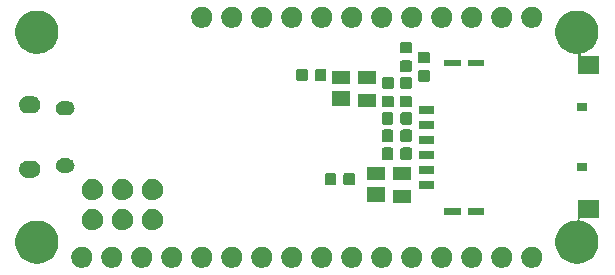
<source format=gbr>
G04 #@! TF.GenerationSoftware,KiCad,Pcbnew,(5.1.5)-3*
G04 #@! TF.CreationDate,2019-12-24T16:56:50-08:00*
G04 #@! TF.ProjectId,NBIoT Wing,4e42496f-5420-4576-996e-672e6b696361,rev?*
G04 #@! TF.SameCoordinates,Original*
G04 #@! TF.FileFunction,Soldermask,Bot*
G04 #@! TF.FilePolarity,Negative*
%FSLAX46Y46*%
G04 Gerber Fmt 4.6, Leading zero omitted, Abs format (unit mm)*
G04 Created by KiCad (PCBNEW (5.1.5)-3) date 2019-12-24 16:56:50*
%MOMM*%
%LPD*%
G04 APERTURE LIST*
%ADD10C,0.100000*%
G04 APERTURE END LIST*
D10*
G36*
X174103512Y-109593927D02*
G01*
X174252812Y-109623624D01*
X174416784Y-109691544D01*
X174564354Y-109790147D01*
X174689853Y-109915646D01*
X174788456Y-110063216D01*
X174856376Y-110227188D01*
X174891000Y-110401259D01*
X174891000Y-110578741D01*
X174856376Y-110752812D01*
X174788456Y-110916784D01*
X174689853Y-111064354D01*
X174564354Y-111189853D01*
X174416784Y-111288456D01*
X174252812Y-111356376D01*
X174103512Y-111386073D01*
X174078742Y-111391000D01*
X173901258Y-111391000D01*
X173876488Y-111386073D01*
X173727188Y-111356376D01*
X173563216Y-111288456D01*
X173415646Y-111189853D01*
X173290147Y-111064354D01*
X173191544Y-110916784D01*
X173123624Y-110752812D01*
X173089000Y-110578741D01*
X173089000Y-110401259D01*
X173123624Y-110227188D01*
X173191544Y-110063216D01*
X173290147Y-109915646D01*
X173415646Y-109790147D01*
X173563216Y-109691544D01*
X173727188Y-109623624D01*
X173876488Y-109593927D01*
X173901258Y-109589000D01*
X174078742Y-109589000D01*
X174103512Y-109593927D01*
G37*
G36*
X141083512Y-109593927D02*
G01*
X141232812Y-109623624D01*
X141396784Y-109691544D01*
X141544354Y-109790147D01*
X141669853Y-109915646D01*
X141768456Y-110063216D01*
X141836376Y-110227188D01*
X141871000Y-110401259D01*
X141871000Y-110578741D01*
X141836376Y-110752812D01*
X141768456Y-110916784D01*
X141669853Y-111064354D01*
X141544354Y-111189853D01*
X141396784Y-111288456D01*
X141232812Y-111356376D01*
X141083512Y-111386073D01*
X141058742Y-111391000D01*
X140881258Y-111391000D01*
X140856488Y-111386073D01*
X140707188Y-111356376D01*
X140543216Y-111288456D01*
X140395646Y-111189853D01*
X140270147Y-111064354D01*
X140171544Y-110916784D01*
X140103624Y-110752812D01*
X140069000Y-110578741D01*
X140069000Y-110401259D01*
X140103624Y-110227188D01*
X140171544Y-110063216D01*
X140270147Y-109915646D01*
X140395646Y-109790147D01*
X140543216Y-109691544D01*
X140707188Y-109623624D01*
X140856488Y-109593927D01*
X140881258Y-109589000D01*
X141058742Y-109589000D01*
X141083512Y-109593927D01*
G37*
G36*
X161403512Y-109593927D02*
G01*
X161552812Y-109623624D01*
X161716784Y-109691544D01*
X161864354Y-109790147D01*
X161989853Y-109915646D01*
X162088456Y-110063216D01*
X162156376Y-110227188D01*
X162191000Y-110401259D01*
X162191000Y-110578741D01*
X162156376Y-110752812D01*
X162088456Y-110916784D01*
X161989853Y-111064354D01*
X161864354Y-111189853D01*
X161716784Y-111288456D01*
X161552812Y-111356376D01*
X161403512Y-111386073D01*
X161378742Y-111391000D01*
X161201258Y-111391000D01*
X161176488Y-111386073D01*
X161027188Y-111356376D01*
X160863216Y-111288456D01*
X160715646Y-111189853D01*
X160590147Y-111064354D01*
X160491544Y-110916784D01*
X160423624Y-110752812D01*
X160389000Y-110578741D01*
X160389000Y-110401259D01*
X160423624Y-110227188D01*
X160491544Y-110063216D01*
X160590147Y-109915646D01*
X160715646Y-109790147D01*
X160863216Y-109691544D01*
X161027188Y-109623624D01*
X161176488Y-109593927D01*
X161201258Y-109589000D01*
X161378742Y-109589000D01*
X161403512Y-109593927D01*
G37*
G36*
X158863512Y-109593927D02*
G01*
X159012812Y-109623624D01*
X159176784Y-109691544D01*
X159324354Y-109790147D01*
X159449853Y-109915646D01*
X159548456Y-110063216D01*
X159616376Y-110227188D01*
X159651000Y-110401259D01*
X159651000Y-110578741D01*
X159616376Y-110752812D01*
X159548456Y-110916784D01*
X159449853Y-111064354D01*
X159324354Y-111189853D01*
X159176784Y-111288456D01*
X159012812Y-111356376D01*
X158863512Y-111386073D01*
X158838742Y-111391000D01*
X158661258Y-111391000D01*
X158636488Y-111386073D01*
X158487188Y-111356376D01*
X158323216Y-111288456D01*
X158175646Y-111189853D01*
X158050147Y-111064354D01*
X157951544Y-110916784D01*
X157883624Y-110752812D01*
X157849000Y-110578741D01*
X157849000Y-110401259D01*
X157883624Y-110227188D01*
X157951544Y-110063216D01*
X158050147Y-109915646D01*
X158175646Y-109790147D01*
X158323216Y-109691544D01*
X158487188Y-109623624D01*
X158636488Y-109593927D01*
X158661258Y-109589000D01*
X158838742Y-109589000D01*
X158863512Y-109593927D01*
G37*
G36*
X156323512Y-109593927D02*
G01*
X156472812Y-109623624D01*
X156636784Y-109691544D01*
X156784354Y-109790147D01*
X156909853Y-109915646D01*
X157008456Y-110063216D01*
X157076376Y-110227188D01*
X157111000Y-110401259D01*
X157111000Y-110578741D01*
X157076376Y-110752812D01*
X157008456Y-110916784D01*
X156909853Y-111064354D01*
X156784354Y-111189853D01*
X156636784Y-111288456D01*
X156472812Y-111356376D01*
X156323512Y-111386073D01*
X156298742Y-111391000D01*
X156121258Y-111391000D01*
X156096488Y-111386073D01*
X155947188Y-111356376D01*
X155783216Y-111288456D01*
X155635646Y-111189853D01*
X155510147Y-111064354D01*
X155411544Y-110916784D01*
X155343624Y-110752812D01*
X155309000Y-110578741D01*
X155309000Y-110401259D01*
X155343624Y-110227188D01*
X155411544Y-110063216D01*
X155510147Y-109915646D01*
X155635646Y-109790147D01*
X155783216Y-109691544D01*
X155947188Y-109623624D01*
X156096488Y-109593927D01*
X156121258Y-109589000D01*
X156298742Y-109589000D01*
X156323512Y-109593927D01*
G37*
G36*
X153783512Y-109593927D02*
G01*
X153932812Y-109623624D01*
X154096784Y-109691544D01*
X154244354Y-109790147D01*
X154369853Y-109915646D01*
X154468456Y-110063216D01*
X154536376Y-110227188D01*
X154571000Y-110401259D01*
X154571000Y-110578741D01*
X154536376Y-110752812D01*
X154468456Y-110916784D01*
X154369853Y-111064354D01*
X154244354Y-111189853D01*
X154096784Y-111288456D01*
X153932812Y-111356376D01*
X153783512Y-111386073D01*
X153758742Y-111391000D01*
X153581258Y-111391000D01*
X153556488Y-111386073D01*
X153407188Y-111356376D01*
X153243216Y-111288456D01*
X153095646Y-111189853D01*
X152970147Y-111064354D01*
X152871544Y-110916784D01*
X152803624Y-110752812D01*
X152769000Y-110578741D01*
X152769000Y-110401259D01*
X152803624Y-110227188D01*
X152871544Y-110063216D01*
X152970147Y-109915646D01*
X153095646Y-109790147D01*
X153243216Y-109691544D01*
X153407188Y-109623624D01*
X153556488Y-109593927D01*
X153581258Y-109589000D01*
X153758742Y-109589000D01*
X153783512Y-109593927D01*
G37*
G36*
X151243512Y-109593927D02*
G01*
X151392812Y-109623624D01*
X151556784Y-109691544D01*
X151704354Y-109790147D01*
X151829853Y-109915646D01*
X151928456Y-110063216D01*
X151996376Y-110227188D01*
X152031000Y-110401259D01*
X152031000Y-110578741D01*
X151996376Y-110752812D01*
X151928456Y-110916784D01*
X151829853Y-111064354D01*
X151704354Y-111189853D01*
X151556784Y-111288456D01*
X151392812Y-111356376D01*
X151243512Y-111386073D01*
X151218742Y-111391000D01*
X151041258Y-111391000D01*
X151016488Y-111386073D01*
X150867188Y-111356376D01*
X150703216Y-111288456D01*
X150555646Y-111189853D01*
X150430147Y-111064354D01*
X150331544Y-110916784D01*
X150263624Y-110752812D01*
X150229000Y-110578741D01*
X150229000Y-110401259D01*
X150263624Y-110227188D01*
X150331544Y-110063216D01*
X150430147Y-109915646D01*
X150555646Y-109790147D01*
X150703216Y-109691544D01*
X150867188Y-109623624D01*
X151016488Y-109593927D01*
X151041258Y-109589000D01*
X151218742Y-109589000D01*
X151243512Y-109593927D01*
G37*
G36*
X148703512Y-109593927D02*
G01*
X148852812Y-109623624D01*
X149016784Y-109691544D01*
X149164354Y-109790147D01*
X149289853Y-109915646D01*
X149388456Y-110063216D01*
X149456376Y-110227188D01*
X149491000Y-110401259D01*
X149491000Y-110578741D01*
X149456376Y-110752812D01*
X149388456Y-110916784D01*
X149289853Y-111064354D01*
X149164354Y-111189853D01*
X149016784Y-111288456D01*
X148852812Y-111356376D01*
X148703512Y-111386073D01*
X148678742Y-111391000D01*
X148501258Y-111391000D01*
X148476488Y-111386073D01*
X148327188Y-111356376D01*
X148163216Y-111288456D01*
X148015646Y-111189853D01*
X147890147Y-111064354D01*
X147791544Y-110916784D01*
X147723624Y-110752812D01*
X147689000Y-110578741D01*
X147689000Y-110401259D01*
X147723624Y-110227188D01*
X147791544Y-110063216D01*
X147890147Y-109915646D01*
X148015646Y-109790147D01*
X148163216Y-109691544D01*
X148327188Y-109623624D01*
X148476488Y-109593927D01*
X148501258Y-109589000D01*
X148678742Y-109589000D01*
X148703512Y-109593927D01*
G37*
G36*
X146163512Y-109593927D02*
G01*
X146312812Y-109623624D01*
X146476784Y-109691544D01*
X146624354Y-109790147D01*
X146749853Y-109915646D01*
X146848456Y-110063216D01*
X146916376Y-110227188D01*
X146951000Y-110401259D01*
X146951000Y-110578741D01*
X146916376Y-110752812D01*
X146848456Y-110916784D01*
X146749853Y-111064354D01*
X146624354Y-111189853D01*
X146476784Y-111288456D01*
X146312812Y-111356376D01*
X146163512Y-111386073D01*
X146138742Y-111391000D01*
X145961258Y-111391000D01*
X145936488Y-111386073D01*
X145787188Y-111356376D01*
X145623216Y-111288456D01*
X145475646Y-111189853D01*
X145350147Y-111064354D01*
X145251544Y-110916784D01*
X145183624Y-110752812D01*
X145149000Y-110578741D01*
X145149000Y-110401259D01*
X145183624Y-110227188D01*
X145251544Y-110063216D01*
X145350147Y-109915646D01*
X145475646Y-109790147D01*
X145623216Y-109691544D01*
X145787188Y-109623624D01*
X145936488Y-109593927D01*
X145961258Y-109589000D01*
X146138742Y-109589000D01*
X146163512Y-109593927D01*
G37*
G36*
X138543512Y-109593927D02*
G01*
X138692812Y-109623624D01*
X138856784Y-109691544D01*
X139004354Y-109790147D01*
X139129853Y-109915646D01*
X139228456Y-110063216D01*
X139296376Y-110227188D01*
X139331000Y-110401259D01*
X139331000Y-110578741D01*
X139296376Y-110752812D01*
X139228456Y-110916784D01*
X139129853Y-111064354D01*
X139004354Y-111189853D01*
X138856784Y-111288456D01*
X138692812Y-111356376D01*
X138543512Y-111386073D01*
X138518742Y-111391000D01*
X138341258Y-111391000D01*
X138316488Y-111386073D01*
X138167188Y-111356376D01*
X138003216Y-111288456D01*
X137855646Y-111189853D01*
X137730147Y-111064354D01*
X137631544Y-110916784D01*
X137563624Y-110752812D01*
X137529000Y-110578741D01*
X137529000Y-110401259D01*
X137563624Y-110227188D01*
X137631544Y-110063216D01*
X137730147Y-109915646D01*
X137855646Y-109790147D01*
X138003216Y-109691544D01*
X138167188Y-109623624D01*
X138316488Y-109593927D01*
X138341258Y-109589000D01*
X138518742Y-109589000D01*
X138543512Y-109593927D01*
G37*
G36*
X136003512Y-109593927D02*
G01*
X136152812Y-109623624D01*
X136316784Y-109691544D01*
X136464354Y-109790147D01*
X136589853Y-109915646D01*
X136688456Y-110063216D01*
X136756376Y-110227188D01*
X136791000Y-110401259D01*
X136791000Y-110578741D01*
X136756376Y-110752812D01*
X136688456Y-110916784D01*
X136589853Y-111064354D01*
X136464354Y-111189853D01*
X136316784Y-111288456D01*
X136152812Y-111356376D01*
X136003512Y-111386073D01*
X135978742Y-111391000D01*
X135801258Y-111391000D01*
X135776488Y-111386073D01*
X135627188Y-111356376D01*
X135463216Y-111288456D01*
X135315646Y-111189853D01*
X135190147Y-111064354D01*
X135091544Y-110916784D01*
X135023624Y-110752812D01*
X134989000Y-110578741D01*
X134989000Y-110401259D01*
X135023624Y-110227188D01*
X135091544Y-110063216D01*
X135190147Y-109915646D01*
X135315646Y-109790147D01*
X135463216Y-109691544D01*
X135627188Y-109623624D01*
X135776488Y-109593927D01*
X135801258Y-109589000D01*
X135978742Y-109589000D01*
X136003512Y-109593927D01*
G37*
G36*
X163943512Y-109593927D02*
G01*
X164092812Y-109623624D01*
X164256784Y-109691544D01*
X164404354Y-109790147D01*
X164529853Y-109915646D01*
X164628456Y-110063216D01*
X164696376Y-110227188D01*
X164731000Y-110401259D01*
X164731000Y-110578741D01*
X164696376Y-110752812D01*
X164628456Y-110916784D01*
X164529853Y-111064354D01*
X164404354Y-111189853D01*
X164256784Y-111288456D01*
X164092812Y-111356376D01*
X163943512Y-111386073D01*
X163918742Y-111391000D01*
X163741258Y-111391000D01*
X163716488Y-111386073D01*
X163567188Y-111356376D01*
X163403216Y-111288456D01*
X163255646Y-111189853D01*
X163130147Y-111064354D01*
X163031544Y-110916784D01*
X162963624Y-110752812D01*
X162929000Y-110578741D01*
X162929000Y-110401259D01*
X162963624Y-110227188D01*
X163031544Y-110063216D01*
X163130147Y-109915646D01*
X163255646Y-109790147D01*
X163403216Y-109691544D01*
X163567188Y-109623624D01*
X163716488Y-109593927D01*
X163741258Y-109589000D01*
X163918742Y-109589000D01*
X163943512Y-109593927D01*
G37*
G36*
X166483512Y-109593927D02*
G01*
X166632812Y-109623624D01*
X166796784Y-109691544D01*
X166944354Y-109790147D01*
X167069853Y-109915646D01*
X167168456Y-110063216D01*
X167236376Y-110227188D01*
X167271000Y-110401259D01*
X167271000Y-110578741D01*
X167236376Y-110752812D01*
X167168456Y-110916784D01*
X167069853Y-111064354D01*
X166944354Y-111189853D01*
X166796784Y-111288456D01*
X166632812Y-111356376D01*
X166483512Y-111386073D01*
X166458742Y-111391000D01*
X166281258Y-111391000D01*
X166256488Y-111386073D01*
X166107188Y-111356376D01*
X165943216Y-111288456D01*
X165795646Y-111189853D01*
X165670147Y-111064354D01*
X165571544Y-110916784D01*
X165503624Y-110752812D01*
X165469000Y-110578741D01*
X165469000Y-110401259D01*
X165503624Y-110227188D01*
X165571544Y-110063216D01*
X165670147Y-109915646D01*
X165795646Y-109790147D01*
X165943216Y-109691544D01*
X166107188Y-109623624D01*
X166256488Y-109593927D01*
X166281258Y-109589000D01*
X166458742Y-109589000D01*
X166483512Y-109593927D01*
G37*
G36*
X169023512Y-109593927D02*
G01*
X169172812Y-109623624D01*
X169336784Y-109691544D01*
X169484354Y-109790147D01*
X169609853Y-109915646D01*
X169708456Y-110063216D01*
X169776376Y-110227188D01*
X169811000Y-110401259D01*
X169811000Y-110578741D01*
X169776376Y-110752812D01*
X169708456Y-110916784D01*
X169609853Y-111064354D01*
X169484354Y-111189853D01*
X169336784Y-111288456D01*
X169172812Y-111356376D01*
X169023512Y-111386073D01*
X168998742Y-111391000D01*
X168821258Y-111391000D01*
X168796488Y-111386073D01*
X168647188Y-111356376D01*
X168483216Y-111288456D01*
X168335646Y-111189853D01*
X168210147Y-111064354D01*
X168111544Y-110916784D01*
X168043624Y-110752812D01*
X168009000Y-110578741D01*
X168009000Y-110401259D01*
X168043624Y-110227188D01*
X168111544Y-110063216D01*
X168210147Y-109915646D01*
X168335646Y-109790147D01*
X168483216Y-109691544D01*
X168647188Y-109623624D01*
X168796488Y-109593927D01*
X168821258Y-109589000D01*
X168998742Y-109589000D01*
X169023512Y-109593927D01*
G37*
G36*
X171563512Y-109593927D02*
G01*
X171712812Y-109623624D01*
X171876784Y-109691544D01*
X172024354Y-109790147D01*
X172149853Y-109915646D01*
X172248456Y-110063216D01*
X172316376Y-110227188D01*
X172351000Y-110401259D01*
X172351000Y-110578741D01*
X172316376Y-110752812D01*
X172248456Y-110916784D01*
X172149853Y-111064354D01*
X172024354Y-111189853D01*
X171876784Y-111288456D01*
X171712812Y-111356376D01*
X171563512Y-111386073D01*
X171538742Y-111391000D01*
X171361258Y-111391000D01*
X171336488Y-111386073D01*
X171187188Y-111356376D01*
X171023216Y-111288456D01*
X170875646Y-111189853D01*
X170750147Y-111064354D01*
X170651544Y-110916784D01*
X170583624Y-110752812D01*
X170549000Y-110578741D01*
X170549000Y-110401259D01*
X170583624Y-110227188D01*
X170651544Y-110063216D01*
X170750147Y-109915646D01*
X170875646Y-109790147D01*
X171023216Y-109691544D01*
X171187188Y-109623624D01*
X171336488Y-109593927D01*
X171361258Y-109589000D01*
X171538742Y-109589000D01*
X171563512Y-109593927D01*
G37*
G36*
X143623512Y-109593927D02*
G01*
X143772812Y-109623624D01*
X143936784Y-109691544D01*
X144084354Y-109790147D01*
X144209853Y-109915646D01*
X144308456Y-110063216D01*
X144376376Y-110227188D01*
X144411000Y-110401259D01*
X144411000Y-110578741D01*
X144376376Y-110752812D01*
X144308456Y-110916784D01*
X144209853Y-111064354D01*
X144084354Y-111189853D01*
X143936784Y-111288456D01*
X143772812Y-111356376D01*
X143623512Y-111386073D01*
X143598742Y-111391000D01*
X143421258Y-111391000D01*
X143396488Y-111386073D01*
X143247188Y-111356376D01*
X143083216Y-111288456D01*
X142935646Y-111189853D01*
X142810147Y-111064354D01*
X142711544Y-110916784D01*
X142643624Y-110752812D01*
X142609000Y-110578741D01*
X142609000Y-110401259D01*
X142643624Y-110227188D01*
X142711544Y-110063216D01*
X142810147Y-109915646D01*
X142935646Y-109790147D01*
X143083216Y-109691544D01*
X143247188Y-109623624D01*
X143396488Y-109593927D01*
X143421258Y-109589000D01*
X143598742Y-109589000D01*
X143623512Y-109593927D01*
G37*
G36*
X132436821Y-107426144D02*
G01*
X132613500Y-107461287D01*
X132751373Y-107518396D01*
X132946355Y-107599160D01*
X132946356Y-107599161D01*
X133245920Y-107799323D01*
X133500677Y-108054080D01*
X133500678Y-108054082D01*
X133700840Y-108353645D01*
X133838713Y-108686501D01*
X133909000Y-109039858D01*
X133909000Y-109400142D01*
X133838713Y-109753499D01*
X133700840Y-110086355D01*
X133700839Y-110086356D01*
X133500677Y-110385920D01*
X133245920Y-110640677D01*
X133095120Y-110741438D01*
X132946355Y-110840840D01*
X132763014Y-110916782D01*
X132613500Y-110978713D01*
X132436820Y-111013857D01*
X132260142Y-111049000D01*
X131899858Y-111049000D01*
X131723180Y-111013857D01*
X131546500Y-110978713D01*
X131396986Y-110916782D01*
X131213645Y-110840840D01*
X131064880Y-110741438D01*
X130914080Y-110640677D01*
X130659323Y-110385920D01*
X130459161Y-110086356D01*
X130459160Y-110086355D01*
X130321287Y-109753499D01*
X130251000Y-109400142D01*
X130251000Y-109039858D01*
X130321287Y-108686501D01*
X130459160Y-108353645D01*
X130659322Y-108054082D01*
X130659323Y-108054080D01*
X130914080Y-107799323D01*
X131213644Y-107599161D01*
X131213645Y-107599160D01*
X131408627Y-107518396D01*
X131546500Y-107461287D01*
X131723179Y-107426144D01*
X131899858Y-107391000D01*
X132260142Y-107391000D01*
X132436821Y-107426144D01*
G37*
G36*
X179717000Y-107171000D02*
G01*
X178143263Y-107171000D01*
X178118877Y-107173402D01*
X178095428Y-107180515D01*
X178073817Y-107192066D01*
X178054875Y-107207611D01*
X178039330Y-107226553D01*
X178027779Y-107248164D01*
X178020666Y-107271613D01*
X178018264Y-107295999D01*
X178020666Y-107320385D01*
X178027779Y-107343834D01*
X178039330Y-107365445D01*
X178054875Y-107384387D01*
X178073817Y-107399932D01*
X178095428Y-107411483D01*
X178118877Y-107418596D01*
X178199474Y-107434628D01*
X178333500Y-107461287D01*
X178471373Y-107518396D01*
X178666355Y-107599160D01*
X178666356Y-107599161D01*
X178965920Y-107799323D01*
X179220677Y-108054080D01*
X179220678Y-108054082D01*
X179420840Y-108353645D01*
X179558713Y-108686501D01*
X179629000Y-109039858D01*
X179629000Y-109400142D01*
X179558713Y-109753499D01*
X179420840Y-110086355D01*
X179420839Y-110086356D01*
X179220677Y-110385920D01*
X178965920Y-110640677D01*
X178815120Y-110741438D01*
X178666355Y-110840840D01*
X178483014Y-110916782D01*
X178333500Y-110978713D01*
X178156820Y-111013857D01*
X177980142Y-111049000D01*
X177619858Y-111049000D01*
X177443180Y-111013857D01*
X177266500Y-110978713D01*
X177116986Y-110916782D01*
X176933645Y-110840840D01*
X176784880Y-110741438D01*
X176634080Y-110640677D01*
X176379323Y-110385920D01*
X176179161Y-110086356D01*
X176179160Y-110086355D01*
X176041287Y-109753499D01*
X175971000Y-109400142D01*
X175971000Y-109039858D01*
X176041287Y-108686501D01*
X176179160Y-108353645D01*
X176379322Y-108054082D01*
X176379323Y-108054080D01*
X176634080Y-107799323D01*
X176933644Y-107599161D01*
X176933645Y-107599160D01*
X177128627Y-107518396D01*
X177266500Y-107461287D01*
X177443179Y-107426144D01*
X177619858Y-107391000D01*
X177790001Y-107391000D01*
X177814387Y-107388598D01*
X177837836Y-107381485D01*
X177859447Y-107369934D01*
X177878389Y-107354389D01*
X177893934Y-107335447D01*
X177905485Y-107313836D01*
X177912598Y-107290387D01*
X177915000Y-107266001D01*
X177915000Y-105669000D01*
X179717000Y-105669000D01*
X179717000Y-107171000D01*
G37*
G36*
X139432512Y-106418927D02*
G01*
X139581812Y-106448624D01*
X139745784Y-106516544D01*
X139893354Y-106615147D01*
X140018853Y-106740646D01*
X140117456Y-106888216D01*
X140185376Y-107052188D01*
X140220000Y-107226259D01*
X140220000Y-107403741D01*
X140185376Y-107577812D01*
X140117456Y-107741784D01*
X140018853Y-107889354D01*
X139893354Y-108014853D01*
X139745784Y-108113456D01*
X139581812Y-108181376D01*
X139432512Y-108211073D01*
X139407742Y-108216000D01*
X139230258Y-108216000D01*
X139205488Y-108211073D01*
X139056188Y-108181376D01*
X138892216Y-108113456D01*
X138744646Y-108014853D01*
X138619147Y-107889354D01*
X138520544Y-107741784D01*
X138452624Y-107577812D01*
X138418000Y-107403741D01*
X138418000Y-107226259D01*
X138452624Y-107052188D01*
X138520544Y-106888216D01*
X138619147Y-106740646D01*
X138744646Y-106615147D01*
X138892216Y-106516544D01*
X139056188Y-106448624D01*
X139205488Y-106418927D01*
X139230258Y-106414000D01*
X139407742Y-106414000D01*
X139432512Y-106418927D01*
G37*
G36*
X136892512Y-106418927D02*
G01*
X137041812Y-106448624D01*
X137205784Y-106516544D01*
X137353354Y-106615147D01*
X137478853Y-106740646D01*
X137577456Y-106888216D01*
X137645376Y-107052188D01*
X137680000Y-107226259D01*
X137680000Y-107403741D01*
X137645376Y-107577812D01*
X137577456Y-107741784D01*
X137478853Y-107889354D01*
X137353354Y-108014853D01*
X137205784Y-108113456D01*
X137041812Y-108181376D01*
X136892512Y-108211073D01*
X136867742Y-108216000D01*
X136690258Y-108216000D01*
X136665488Y-108211073D01*
X136516188Y-108181376D01*
X136352216Y-108113456D01*
X136204646Y-108014853D01*
X136079147Y-107889354D01*
X135980544Y-107741784D01*
X135912624Y-107577812D01*
X135878000Y-107403741D01*
X135878000Y-107226259D01*
X135912624Y-107052188D01*
X135980544Y-106888216D01*
X136079147Y-106740646D01*
X136204646Y-106615147D01*
X136352216Y-106516544D01*
X136516188Y-106448624D01*
X136665488Y-106418927D01*
X136690258Y-106414000D01*
X136867742Y-106414000D01*
X136892512Y-106418927D01*
G37*
G36*
X141972512Y-106418927D02*
G01*
X142121812Y-106448624D01*
X142285784Y-106516544D01*
X142433354Y-106615147D01*
X142558853Y-106740646D01*
X142657456Y-106888216D01*
X142725376Y-107052188D01*
X142760000Y-107226259D01*
X142760000Y-107403741D01*
X142725376Y-107577812D01*
X142657456Y-107741784D01*
X142558853Y-107889354D01*
X142433354Y-108014853D01*
X142285784Y-108113456D01*
X142121812Y-108181376D01*
X141972512Y-108211073D01*
X141947742Y-108216000D01*
X141770258Y-108216000D01*
X141745488Y-108211073D01*
X141596188Y-108181376D01*
X141432216Y-108113456D01*
X141284646Y-108014853D01*
X141159147Y-107889354D01*
X141060544Y-107741784D01*
X140992624Y-107577812D01*
X140958000Y-107403741D01*
X140958000Y-107226259D01*
X140992624Y-107052188D01*
X141060544Y-106888216D01*
X141159147Y-106740646D01*
X141284646Y-106615147D01*
X141432216Y-106516544D01*
X141596188Y-106448624D01*
X141745488Y-106418927D01*
X141770258Y-106414000D01*
X141947742Y-106414000D01*
X141972512Y-106418927D01*
G37*
G36*
X167957000Y-106876000D02*
G01*
X166555000Y-106876000D01*
X166555000Y-106324000D01*
X167957000Y-106324000D01*
X167957000Y-106876000D01*
G37*
G36*
X169957000Y-106876000D02*
G01*
X168555000Y-106876000D01*
X168555000Y-106324000D01*
X169957000Y-106324000D01*
X169957000Y-106876000D01*
G37*
G36*
X163776000Y-105895000D02*
G01*
X162274000Y-105895000D01*
X162274000Y-104793000D01*
X163776000Y-104793000D01*
X163776000Y-105895000D01*
G37*
G36*
X161576000Y-105815000D02*
G01*
X160074000Y-105815000D01*
X160074000Y-104513000D01*
X161576000Y-104513000D01*
X161576000Y-105815000D01*
G37*
G36*
X139432512Y-103878927D02*
G01*
X139581812Y-103908624D01*
X139745784Y-103976544D01*
X139893354Y-104075147D01*
X140018853Y-104200646D01*
X140117456Y-104348216D01*
X140185376Y-104512188D01*
X140220000Y-104686259D01*
X140220000Y-104863741D01*
X140185376Y-105037812D01*
X140117456Y-105201784D01*
X140018853Y-105349354D01*
X139893354Y-105474853D01*
X139745784Y-105573456D01*
X139581812Y-105641376D01*
X139442933Y-105669000D01*
X139407742Y-105676000D01*
X139230258Y-105676000D01*
X139195067Y-105669000D01*
X139056188Y-105641376D01*
X138892216Y-105573456D01*
X138744646Y-105474853D01*
X138619147Y-105349354D01*
X138520544Y-105201784D01*
X138452624Y-105037812D01*
X138418000Y-104863741D01*
X138418000Y-104686259D01*
X138452624Y-104512188D01*
X138520544Y-104348216D01*
X138619147Y-104200646D01*
X138744646Y-104075147D01*
X138892216Y-103976544D01*
X139056188Y-103908624D01*
X139205488Y-103878927D01*
X139230258Y-103874000D01*
X139407742Y-103874000D01*
X139432512Y-103878927D01*
G37*
G36*
X141972512Y-103878927D02*
G01*
X142121812Y-103908624D01*
X142285784Y-103976544D01*
X142433354Y-104075147D01*
X142558853Y-104200646D01*
X142657456Y-104348216D01*
X142725376Y-104512188D01*
X142760000Y-104686259D01*
X142760000Y-104863741D01*
X142725376Y-105037812D01*
X142657456Y-105201784D01*
X142558853Y-105349354D01*
X142433354Y-105474853D01*
X142285784Y-105573456D01*
X142121812Y-105641376D01*
X141982933Y-105669000D01*
X141947742Y-105676000D01*
X141770258Y-105676000D01*
X141735067Y-105669000D01*
X141596188Y-105641376D01*
X141432216Y-105573456D01*
X141284646Y-105474853D01*
X141159147Y-105349354D01*
X141060544Y-105201784D01*
X140992624Y-105037812D01*
X140958000Y-104863741D01*
X140958000Y-104686259D01*
X140992624Y-104512188D01*
X141060544Y-104348216D01*
X141159147Y-104200646D01*
X141284646Y-104075147D01*
X141432216Y-103976544D01*
X141596188Y-103908624D01*
X141745488Y-103878927D01*
X141770258Y-103874000D01*
X141947742Y-103874000D01*
X141972512Y-103878927D01*
G37*
G36*
X136892512Y-103878927D02*
G01*
X137041812Y-103908624D01*
X137205784Y-103976544D01*
X137353354Y-104075147D01*
X137478853Y-104200646D01*
X137577456Y-104348216D01*
X137645376Y-104512188D01*
X137680000Y-104686259D01*
X137680000Y-104863741D01*
X137645376Y-105037812D01*
X137577456Y-105201784D01*
X137478853Y-105349354D01*
X137353354Y-105474853D01*
X137205784Y-105573456D01*
X137041812Y-105641376D01*
X136902933Y-105669000D01*
X136867742Y-105676000D01*
X136690258Y-105676000D01*
X136655067Y-105669000D01*
X136516188Y-105641376D01*
X136352216Y-105573456D01*
X136204646Y-105474853D01*
X136079147Y-105349354D01*
X135980544Y-105201784D01*
X135912624Y-105037812D01*
X135878000Y-104863741D01*
X135878000Y-104686259D01*
X135912624Y-104512188D01*
X135980544Y-104348216D01*
X136079147Y-104200646D01*
X136204646Y-104075147D01*
X136352216Y-103976544D01*
X136516188Y-103908624D01*
X136665488Y-103878927D01*
X136690258Y-103874000D01*
X136867742Y-103874000D01*
X136892512Y-103878927D01*
G37*
G36*
X165712000Y-104706000D02*
G01*
X164460000Y-104706000D01*
X164460000Y-104004000D01*
X165712000Y-104004000D01*
X165712000Y-104706000D01*
G37*
G36*
X158863591Y-103364085D02*
G01*
X158897569Y-103374393D01*
X158928890Y-103391134D01*
X158956339Y-103413661D01*
X158978866Y-103441110D01*
X158995607Y-103472431D01*
X159005915Y-103506409D01*
X159010000Y-103547890D01*
X159010000Y-104224110D01*
X159005915Y-104265591D01*
X158995607Y-104299569D01*
X158978866Y-104330890D01*
X158956339Y-104358339D01*
X158928890Y-104380866D01*
X158897569Y-104397607D01*
X158863591Y-104407915D01*
X158822110Y-104412000D01*
X158220890Y-104412000D01*
X158179409Y-104407915D01*
X158145431Y-104397607D01*
X158114110Y-104380866D01*
X158086661Y-104358339D01*
X158064134Y-104330890D01*
X158047393Y-104299569D01*
X158037085Y-104265591D01*
X158033000Y-104224110D01*
X158033000Y-103547890D01*
X158037085Y-103506409D01*
X158047393Y-103472431D01*
X158064134Y-103441110D01*
X158086661Y-103413661D01*
X158114110Y-103391134D01*
X158145431Y-103374393D01*
X158179409Y-103364085D01*
X158220890Y-103360000D01*
X158822110Y-103360000D01*
X158863591Y-103364085D01*
G37*
G36*
X157288591Y-103364085D02*
G01*
X157322569Y-103374393D01*
X157353890Y-103391134D01*
X157381339Y-103413661D01*
X157403866Y-103441110D01*
X157420607Y-103472431D01*
X157430915Y-103506409D01*
X157435000Y-103547890D01*
X157435000Y-104224110D01*
X157430915Y-104265591D01*
X157420607Y-104299569D01*
X157403866Y-104330890D01*
X157381339Y-104358339D01*
X157353890Y-104380866D01*
X157322569Y-104397607D01*
X157288591Y-104407915D01*
X157247110Y-104412000D01*
X156645890Y-104412000D01*
X156604409Y-104407915D01*
X156570431Y-104397607D01*
X156539110Y-104380866D01*
X156511661Y-104358339D01*
X156489134Y-104330890D01*
X156472393Y-104299569D01*
X156462085Y-104265591D01*
X156458000Y-104224110D01*
X156458000Y-103547890D01*
X156462085Y-103506409D01*
X156472393Y-103472431D01*
X156489134Y-103441110D01*
X156511661Y-103413661D01*
X156539110Y-103391134D01*
X156570431Y-103374393D01*
X156604409Y-103364085D01*
X156645890Y-103360000D01*
X157247110Y-103360000D01*
X157288591Y-103364085D01*
G37*
G36*
X163776000Y-103995000D02*
G01*
X162274000Y-103995000D01*
X162274000Y-102893000D01*
X163776000Y-102893000D01*
X163776000Y-103995000D01*
G37*
G36*
X161576000Y-103995000D02*
G01*
X160074000Y-103995000D01*
X160074000Y-102893000D01*
X161576000Y-102893000D01*
X161576000Y-103995000D01*
G37*
G36*
X131719213Y-102312502D02*
G01*
X131790321Y-102319505D01*
X131927172Y-102361019D01*
X131927175Y-102361020D01*
X132053294Y-102428432D01*
X132163843Y-102519157D01*
X132254568Y-102629706D01*
X132321980Y-102755825D01*
X132321981Y-102755828D01*
X132363495Y-102892679D01*
X132377512Y-103035000D01*
X132363495Y-103177321D01*
X132359345Y-103191000D01*
X132321980Y-103314175D01*
X132254568Y-103440294D01*
X132163843Y-103550843D01*
X132053294Y-103641568D01*
X131927175Y-103708980D01*
X131927172Y-103708981D01*
X131790321Y-103750495D01*
X131719213Y-103757498D01*
X131683660Y-103761000D01*
X131262340Y-103761000D01*
X131226787Y-103757498D01*
X131155679Y-103750495D01*
X131018828Y-103708981D01*
X131018825Y-103708980D01*
X130892706Y-103641568D01*
X130782157Y-103550843D01*
X130691432Y-103440294D01*
X130624020Y-103314175D01*
X130586655Y-103191000D01*
X130582505Y-103177321D01*
X130568488Y-103035000D01*
X130582505Y-102892679D01*
X130624019Y-102755828D01*
X130624020Y-102755825D01*
X130691432Y-102629706D01*
X130782157Y-102519157D01*
X130892706Y-102428432D01*
X131018825Y-102361020D01*
X131018828Y-102361019D01*
X131155679Y-102319505D01*
X131226787Y-102312502D01*
X131262340Y-102309000D01*
X131683660Y-102309000D01*
X131719213Y-102312502D01*
G37*
G36*
X165712000Y-103436000D02*
G01*
X164460000Y-103436000D01*
X164460000Y-102734000D01*
X165712000Y-102734000D01*
X165712000Y-103436000D01*
G37*
G36*
X134790818Y-102132696D02*
G01*
X134904105Y-102167062D01*
X135008512Y-102222869D01*
X135100027Y-102297973D01*
X135175131Y-102389488D01*
X135230938Y-102493895D01*
X135265304Y-102607182D01*
X135276907Y-102725000D01*
X135265304Y-102842818D01*
X135230938Y-102956105D01*
X135175131Y-103060512D01*
X135100027Y-103152027D01*
X135008512Y-103227131D01*
X134904105Y-103282938D01*
X134790818Y-103317304D01*
X134702519Y-103326000D01*
X134243481Y-103326000D01*
X134155182Y-103317304D01*
X134041895Y-103282938D01*
X133937488Y-103227131D01*
X133845973Y-103152027D01*
X133770869Y-103060512D01*
X133715062Y-102956105D01*
X133680696Y-102842818D01*
X133669093Y-102725000D01*
X133680696Y-102607182D01*
X133715062Y-102493895D01*
X133770869Y-102389488D01*
X133845973Y-102297973D01*
X133937488Y-102222869D01*
X134041895Y-102167062D01*
X134155182Y-102132696D01*
X134243481Y-102124000D01*
X134702519Y-102124000D01*
X134790818Y-102132696D01*
G37*
G36*
X178687000Y-103191000D02*
G01*
X177785000Y-103191000D01*
X177785000Y-102549000D01*
X178687000Y-102549000D01*
X178687000Y-103191000D01*
G37*
G36*
X162114591Y-101205085D02*
G01*
X162148569Y-101215393D01*
X162179890Y-101232134D01*
X162207339Y-101254661D01*
X162229866Y-101282110D01*
X162246607Y-101313431D01*
X162256915Y-101347409D01*
X162261000Y-101388890D01*
X162261000Y-102065110D01*
X162256915Y-102106591D01*
X162246607Y-102140569D01*
X162229866Y-102171890D01*
X162207339Y-102199339D01*
X162179890Y-102221866D01*
X162148569Y-102238607D01*
X162114591Y-102248915D01*
X162073110Y-102253000D01*
X161471890Y-102253000D01*
X161430409Y-102248915D01*
X161396431Y-102238607D01*
X161365110Y-102221866D01*
X161337661Y-102199339D01*
X161315134Y-102171890D01*
X161298393Y-102140569D01*
X161288085Y-102106591D01*
X161284000Y-102065110D01*
X161284000Y-101388890D01*
X161288085Y-101347409D01*
X161298393Y-101313431D01*
X161315134Y-101282110D01*
X161337661Y-101254661D01*
X161365110Y-101232134D01*
X161396431Y-101215393D01*
X161430409Y-101205085D01*
X161471890Y-101201000D01*
X162073110Y-101201000D01*
X162114591Y-101205085D01*
G37*
G36*
X163689591Y-101205085D02*
G01*
X163723569Y-101215393D01*
X163754890Y-101232134D01*
X163782339Y-101254661D01*
X163804866Y-101282110D01*
X163821607Y-101313431D01*
X163831915Y-101347409D01*
X163836000Y-101388890D01*
X163836000Y-102065110D01*
X163831915Y-102106591D01*
X163821607Y-102140569D01*
X163804866Y-102171890D01*
X163782339Y-102199339D01*
X163754890Y-102221866D01*
X163723569Y-102238607D01*
X163689591Y-102248915D01*
X163648110Y-102253000D01*
X163046890Y-102253000D01*
X163005409Y-102248915D01*
X162971431Y-102238607D01*
X162940110Y-102221866D01*
X162912661Y-102199339D01*
X162890134Y-102171890D01*
X162873393Y-102140569D01*
X162863085Y-102106591D01*
X162859000Y-102065110D01*
X162859000Y-101388890D01*
X162863085Y-101347409D01*
X162873393Y-101313431D01*
X162890134Y-101282110D01*
X162912661Y-101254661D01*
X162940110Y-101232134D01*
X162971431Y-101215393D01*
X163005409Y-101205085D01*
X163046890Y-101201000D01*
X163648110Y-101201000D01*
X163689591Y-101205085D01*
G37*
G36*
X165712000Y-102166000D02*
G01*
X164460000Y-102166000D01*
X164460000Y-101464000D01*
X165712000Y-101464000D01*
X165712000Y-102166000D01*
G37*
G36*
X165712000Y-100896000D02*
G01*
X164460000Y-100896000D01*
X164460000Y-100194000D01*
X165712000Y-100194000D01*
X165712000Y-100896000D01*
G37*
G36*
X162114591Y-99681085D02*
G01*
X162148569Y-99691393D01*
X162179890Y-99708134D01*
X162207339Y-99730661D01*
X162229866Y-99758110D01*
X162246607Y-99789431D01*
X162256915Y-99823409D01*
X162261000Y-99864890D01*
X162261000Y-100541110D01*
X162256915Y-100582591D01*
X162246607Y-100616569D01*
X162229866Y-100647890D01*
X162207339Y-100675339D01*
X162179890Y-100697866D01*
X162148569Y-100714607D01*
X162114591Y-100724915D01*
X162073110Y-100729000D01*
X161471890Y-100729000D01*
X161430409Y-100724915D01*
X161396431Y-100714607D01*
X161365110Y-100697866D01*
X161337661Y-100675339D01*
X161315134Y-100647890D01*
X161298393Y-100616569D01*
X161288085Y-100582591D01*
X161284000Y-100541110D01*
X161284000Y-99864890D01*
X161288085Y-99823409D01*
X161298393Y-99789431D01*
X161315134Y-99758110D01*
X161337661Y-99730661D01*
X161365110Y-99708134D01*
X161396431Y-99691393D01*
X161430409Y-99681085D01*
X161471890Y-99677000D01*
X162073110Y-99677000D01*
X162114591Y-99681085D01*
G37*
G36*
X163689591Y-99681085D02*
G01*
X163723569Y-99691393D01*
X163754890Y-99708134D01*
X163782339Y-99730661D01*
X163804866Y-99758110D01*
X163821607Y-99789431D01*
X163831915Y-99823409D01*
X163836000Y-99864890D01*
X163836000Y-100541110D01*
X163831915Y-100582591D01*
X163821607Y-100616569D01*
X163804866Y-100647890D01*
X163782339Y-100675339D01*
X163754890Y-100697866D01*
X163723569Y-100714607D01*
X163689591Y-100724915D01*
X163648110Y-100729000D01*
X163046890Y-100729000D01*
X163005409Y-100724915D01*
X162971431Y-100714607D01*
X162940110Y-100697866D01*
X162912661Y-100675339D01*
X162890134Y-100647890D01*
X162873393Y-100616569D01*
X162863085Y-100582591D01*
X162859000Y-100541110D01*
X162859000Y-99864890D01*
X162863085Y-99823409D01*
X162873393Y-99789431D01*
X162890134Y-99758110D01*
X162912661Y-99730661D01*
X162940110Y-99708134D01*
X162971431Y-99691393D01*
X163005409Y-99681085D01*
X163046890Y-99677000D01*
X163648110Y-99677000D01*
X163689591Y-99681085D01*
G37*
G36*
X165712000Y-99626000D02*
G01*
X164460000Y-99626000D01*
X164460000Y-98924000D01*
X165712000Y-98924000D01*
X165712000Y-99626000D01*
G37*
G36*
X163689591Y-98220585D02*
G01*
X163723569Y-98230893D01*
X163754890Y-98247634D01*
X163782339Y-98270161D01*
X163804866Y-98297610D01*
X163821607Y-98328931D01*
X163831915Y-98362909D01*
X163836000Y-98404390D01*
X163836000Y-99080610D01*
X163831915Y-99122091D01*
X163821607Y-99156069D01*
X163804866Y-99187390D01*
X163782339Y-99214839D01*
X163754890Y-99237366D01*
X163723569Y-99254107D01*
X163689591Y-99264415D01*
X163648110Y-99268500D01*
X163046890Y-99268500D01*
X163005409Y-99264415D01*
X162971431Y-99254107D01*
X162940110Y-99237366D01*
X162912661Y-99214839D01*
X162890134Y-99187390D01*
X162873393Y-99156069D01*
X162863085Y-99122091D01*
X162859000Y-99080610D01*
X162859000Y-98404390D01*
X162863085Y-98362909D01*
X162873393Y-98328931D01*
X162890134Y-98297610D01*
X162912661Y-98270161D01*
X162940110Y-98247634D01*
X162971431Y-98230893D01*
X163005409Y-98220585D01*
X163046890Y-98216500D01*
X163648110Y-98216500D01*
X163689591Y-98220585D01*
G37*
G36*
X162114591Y-98220585D02*
G01*
X162148569Y-98230893D01*
X162179890Y-98247634D01*
X162207339Y-98270161D01*
X162229866Y-98297610D01*
X162246607Y-98328931D01*
X162256915Y-98362909D01*
X162261000Y-98404390D01*
X162261000Y-99080610D01*
X162256915Y-99122091D01*
X162246607Y-99156069D01*
X162229866Y-99187390D01*
X162207339Y-99214839D01*
X162179890Y-99237366D01*
X162148569Y-99254107D01*
X162114591Y-99264415D01*
X162073110Y-99268500D01*
X161471890Y-99268500D01*
X161430409Y-99264415D01*
X161396431Y-99254107D01*
X161365110Y-99237366D01*
X161337661Y-99214839D01*
X161315134Y-99187390D01*
X161298393Y-99156069D01*
X161288085Y-99122091D01*
X161284000Y-99080610D01*
X161284000Y-98404390D01*
X161288085Y-98362909D01*
X161298393Y-98328931D01*
X161315134Y-98297610D01*
X161337661Y-98270161D01*
X161365110Y-98247634D01*
X161396431Y-98230893D01*
X161430409Y-98220585D01*
X161471890Y-98216500D01*
X162073110Y-98216500D01*
X162114591Y-98220585D01*
G37*
G36*
X134790818Y-97292696D02*
G01*
X134904105Y-97327062D01*
X135008512Y-97382869D01*
X135100027Y-97457973D01*
X135175131Y-97549488D01*
X135230938Y-97653895D01*
X135265304Y-97767182D01*
X135276907Y-97885000D01*
X135265304Y-98002818D01*
X135230938Y-98116105D01*
X135175131Y-98220512D01*
X135100027Y-98312027D01*
X135008512Y-98387131D01*
X134904105Y-98442938D01*
X134790818Y-98477304D01*
X134702519Y-98486000D01*
X134243481Y-98486000D01*
X134155182Y-98477304D01*
X134041895Y-98442938D01*
X133937488Y-98387131D01*
X133845973Y-98312027D01*
X133770869Y-98220512D01*
X133715062Y-98116105D01*
X133680696Y-98002818D01*
X133669093Y-97885000D01*
X133680696Y-97767182D01*
X133715062Y-97653895D01*
X133770869Y-97549488D01*
X133845973Y-97457973D01*
X133937488Y-97382869D01*
X134041895Y-97327062D01*
X134155182Y-97292696D01*
X134243481Y-97284000D01*
X134702519Y-97284000D01*
X134790818Y-97292696D01*
G37*
G36*
X165712000Y-98356000D02*
G01*
X164460000Y-98356000D01*
X164460000Y-97654000D01*
X165712000Y-97654000D01*
X165712000Y-98356000D01*
G37*
G36*
X131719213Y-96852502D02*
G01*
X131790321Y-96859505D01*
X131924175Y-96900110D01*
X131927175Y-96901020D01*
X132053294Y-96968432D01*
X132163843Y-97059157D01*
X132254568Y-97169706D01*
X132321980Y-97295825D01*
X132321981Y-97295828D01*
X132363495Y-97432679D01*
X132377512Y-97575000D01*
X132363495Y-97717321D01*
X132321981Y-97854172D01*
X132321980Y-97854175D01*
X132254568Y-97980294D01*
X132163843Y-98090843D01*
X132053294Y-98181568D01*
X131927175Y-98248980D01*
X131927172Y-98248981D01*
X131790321Y-98290495D01*
X131719213Y-98297498D01*
X131683660Y-98301000D01*
X131262340Y-98301000D01*
X131226787Y-98297498D01*
X131155679Y-98290495D01*
X131018828Y-98248981D01*
X131018825Y-98248980D01*
X130892706Y-98181568D01*
X130782157Y-98090843D01*
X130691432Y-97980294D01*
X130624020Y-97854175D01*
X130624019Y-97854172D01*
X130582505Y-97717321D01*
X130568488Y-97575000D01*
X130582505Y-97432679D01*
X130624019Y-97295828D01*
X130624020Y-97295825D01*
X130691432Y-97169706D01*
X130782157Y-97059157D01*
X130892706Y-96968432D01*
X131018825Y-96901020D01*
X131021825Y-96900110D01*
X131155679Y-96859505D01*
X131226787Y-96852502D01*
X131262340Y-96849000D01*
X131683660Y-96849000D01*
X131719213Y-96852502D01*
G37*
G36*
X178687000Y-98111000D02*
G01*
X177785000Y-98111000D01*
X177785000Y-97469000D01*
X178687000Y-97469000D01*
X178687000Y-98111000D01*
G37*
G36*
X162177591Y-96823085D02*
G01*
X162211569Y-96833393D01*
X162242890Y-96850134D01*
X162270339Y-96872661D01*
X162292866Y-96900110D01*
X162309607Y-96931431D01*
X162319915Y-96965409D01*
X162324000Y-97006890D01*
X162324000Y-97608110D01*
X162319915Y-97649591D01*
X162309607Y-97683569D01*
X162292866Y-97714890D01*
X162270339Y-97742339D01*
X162242890Y-97764866D01*
X162211569Y-97781607D01*
X162177591Y-97791915D01*
X162136110Y-97796000D01*
X161459890Y-97796000D01*
X161418409Y-97791915D01*
X161384431Y-97781607D01*
X161353110Y-97764866D01*
X161325661Y-97742339D01*
X161303134Y-97714890D01*
X161286393Y-97683569D01*
X161276085Y-97649591D01*
X161272000Y-97608110D01*
X161272000Y-97006890D01*
X161276085Y-96965409D01*
X161286393Y-96931431D01*
X161303134Y-96900110D01*
X161325661Y-96872661D01*
X161353110Y-96850134D01*
X161384431Y-96833393D01*
X161418409Y-96823085D01*
X161459890Y-96819000D01*
X162136110Y-96819000D01*
X162177591Y-96823085D01*
G37*
G36*
X163701591Y-96823085D02*
G01*
X163735569Y-96833393D01*
X163766890Y-96850134D01*
X163794339Y-96872661D01*
X163816866Y-96900110D01*
X163833607Y-96931431D01*
X163843915Y-96965409D01*
X163848000Y-97006890D01*
X163848000Y-97608110D01*
X163843915Y-97649591D01*
X163833607Y-97683569D01*
X163816866Y-97714890D01*
X163794339Y-97742339D01*
X163766890Y-97764866D01*
X163735569Y-97781607D01*
X163701591Y-97791915D01*
X163660110Y-97796000D01*
X162983890Y-97796000D01*
X162942409Y-97791915D01*
X162908431Y-97781607D01*
X162877110Y-97764866D01*
X162849661Y-97742339D01*
X162827134Y-97714890D01*
X162810393Y-97683569D01*
X162800085Y-97649591D01*
X162796000Y-97608110D01*
X162796000Y-97006890D01*
X162800085Y-96965409D01*
X162810393Y-96931431D01*
X162827134Y-96900110D01*
X162849661Y-96872661D01*
X162877110Y-96850134D01*
X162908431Y-96833393D01*
X162942409Y-96823085D01*
X162983890Y-96819000D01*
X163660110Y-96819000D01*
X163701591Y-96823085D01*
G37*
G36*
X160791500Y-97767000D02*
G01*
X159289500Y-97767000D01*
X159289500Y-96665000D01*
X160791500Y-96665000D01*
X160791500Y-97767000D01*
G37*
G36*
X158591500Y-97687000D02*
G01*
X157089500Y-97687000D01*
X157089500Y-96385000D01*
X158591500Y-96385000D01*
X158591500Y-97687000D01*
G37*
G36*
X163701591Y-95248085D02*
G01*
X163735569Y-95258393D01*
X163766890Y-95275134D01*
X163794339Y-95297661D01*
X163816866Y-95325110D01*
X163833607Y-95356431D01*
X163843915Y-95390409D01*
X163848000Y-95431890D01*
X163848000Y-96033110D01*
X163843915Y-96074591D01*
X163833607Y-96108569D01*
X163816866Y-96139890D01*
X163794339Y-96167339D01*
X163766890Y-96189866D01*
X163735569Y-96206607D01*
X163701591Y-96216915D01*
X163660110Y-96221000D01*
X162983890Y-96221000D01*
X162942409Y-96216915D01*
X162908431Y-96206607D01*
X162877110Y-96189866D01*
X162849661Y-96167339D01*
X162827134Y-96139890D01*
X162810393Y-96108569D01*
X162800085Y-96074591D01*
X162796000Y-96033110D01*
X162796000Y-95431890D01*
X162800085Y-95390409D01*
X162810393Y-95356431D01*
X162827134Y-95325110D01*
X162849661Y-95297661D01*
X162877110Y-95275134D01*
X162908431Y-95258393D01*
X162942409Y-95248085D01*
X162983890Y-95244000D01*
X163660110Y-95244000D01*
X163701591Y-95248085D01*
G37*
G36*
X162177591Y-95248085D02*
G01*
X162211569Y-95258393D01*
X162242890Y-95275134D01*
X162270339Y-95297661D01*
X162292866Y-95325110D01*
X162309607Y-95356431D01*
X162319915Y-95390409D01*
X162324000Y-95431890D01*
X162324000Y-96033110D01*
X162319915Y-96074591D01*
X162309607Y-96108569D01*
X162292866Y-96139890D01*
X162270339Y-96167339D01*
X162242890Y-96189866D01*
X162211569Y-96206607D01*
X162177591Y-96216915D01*
X162136110Y-96221000D01*
X161459890Y-96221000D01*
X161418409Y-96216915D01*
X161384431Y-96206607D01*
X161353110Y-96189866D01*
X161325661Y-96167339D01*
X161303134Y-96139890D01*
X161286393Y-96108569D01*
X161276085Y-96074591D01*
X161272000Y-96033110D01*
X161272000Y-95431890D01*
X161276085Y-95390409D01*
X161286393Y-95356431D01*
X161303134Y-95325110D01*
X161325661Y-95297661D01*
X161353110Y-95275134D01*
X161384431Y-95258393D01*
X161418409Y-95248085D01*
X161459890Y-95244000D01*
X162136110Y-95244000D01*
X162177591Y-95248085D01*
G37*
G36*
X160791500Y-95867000D02*
G01*
X159289500Y-95867000D01*
X159289500Y-94765000D01*
X160791500Y-94765000D01*
X160791500Y-95867000D01*
G37*
G36*
X158591500Y-95867000D02*
G01*
X157089500Y-95867000D01*
X157089500Y-94765000D01*
X158591500Y-94765000D01*
X158591500Y-95867000D01*
G37*
G36*
X165225591Y-94664085D02*
G01*
X165259569Y-94674393D01*
X165290890Y-94691134D01*
X165318339Y-94713661D01*
X165340866Y-94741110D01*
X165357607Y-94772431D01*
X165367915Y-94806409D01*
X165372000Y-94847890D01*
X165372000Y-95449110D01*
X165367915Y-95490591D01*
X165357607Y-95524569D01*
X165340866Y-95555890D01*
X165318339Y-95583339D01*
X165290890Y-95605866D01*
X165259569Y-95622607D01*
X165225591Y-95632915D01*
X165184110Y-95637000D01*
X164507890Y-95637000D01*
X164466409Y-95632915D01*
X164432431Y-95622607D01*
X164401110Y-95605866D01*
X164373661Y-95583339D01*
X164351134Y-95555890D01*
X164334393Y-95524569D01*
X164324085Y-95490591D01*
X164320000Y-95449110D01*
X164320000Y-94847890D01*
X164324085Y-94806409D01*
X164334393Y-94772431D01*
X164351134Y-94741110D01*
X164373661Y-94713661D01*
X164401110Y-94691134D01*
X164432431Y-94674393D01*
X164466409Y-94664085D01*
X164507890Y-94660000D01*
X165184110Y-94660000D01*
X165225591Y-94664085D01*
G37*
G36*
X156450591Y-94537585D02*
G01*
X156484569Y-94547893D01*
X156515890Y-94564634D01*
X156543339Y-94587161D01*
X156565866Y-94614610D01*
X156582607Y-94645931D01*
X156592915Y-94679909D01*
X156597000Y-94721390D01*
X156597000Y-95397610D01*
X156592915Y-95439091D01*
X156582607Y-95473069D01*
X156565866Y-95504390D01*
X156543339Y-95531839D01*
X156515890Y-95554366D01*
X156484569Y-95571107D01*
X156450591Y-95581415D01*
X156409110Y-95585500D01*
X155807890Y-95585500D01*
X155766409Y-95581415D01*
X155732431Y-95571107D01*
X155701110Y-95554366D01*
X155673661Y-95531839D01*
X155651134Y-95504390D01*
X155634393Y-95473069D01*
X155624085Y-95439091D01*
X155620000Y-95397610D01*
X155620000Y-94721390D01*
X155624085Y-94679909D01*
X155634393Y-94645931D01*
X155651134Y-94614610D01*
X155673661Y-94587161D01*
X155701110Y-94564634D01*
X155732431Y-94547893D01*
X155766409Y-94537585D01*
X155807890Y-94533500D01*
X156409110Y-94533500D01*
X156450591Y-94537585D01*
G37*
G36*
X154875591Y-94537585D02*
G01*
X154909569Y-94547893D01*
X154940890Y-94564634D01*
X154968339Y-94587161D01*
X154990866Y-94614610D01*
X155007607Y-94645931D01*
X155017915Y-94679909D01*
X155022000Y-94721390D01*
X155022000Y-95397610D01*
X155017915Y-95439091D01*
X155007607Y-95473069D01*
X154990866Y-95504390D01*
X154968339Y-95531839D01*
X154940890Y-95554366D01*
X154909569Y-95571107D01*
X154875591Y-95581415D01*
X154834110Y-95585500D01*
X154232890Y-95585500D01*
X154191409Y-95581415D01*
X154157431Y-95571107D01*
X154126110Y-95554366D01*
X154098661Y-95531839D01*
X154076134Y-95504390D01*
X154059393Y-95473069D01*
X154049085Y-95439091D01*
X154045000Y-95397610D01*
X154045000Y-94721390D01*
X154049085Y-94679909D01*
X154059393Y-94645931D01*
X154076134Y-94614610D01*
X154098661Y-94587161D01*
X154126110Y-94564634D01*
X154157431Y-94547893D01*
X154191409Y-94537585D01*
X154232890Y-94533500D01*
X154834110Y-94533500D01*
X154875591Y-94537585D01*
G37*
G36*
X178156821Y-89646144D02*
G01*
X178333500Y-89681287D01*
X178471373Y-89738396D01*
X178666355Y-89819160D01*
X178666356Y-89819161D01*
X178965920Y-90019323D01*
X179220677Y-90274080D01*
X179220678Y-90274082D01*
X179420840Y-90573645D01*
X179558713Y-90906501D01*
X179629000Y-91259858D01*
X179629000Y-91620142D01*
X179558713Y-91973499D01*
X179420840Y-92306355D01*
X179397951Y-92340610D01*
X179220677Y-92605920D01*
X178965920Y-92860677D01*
X178815120Y-92961438D01*
X178666355Y-93060840D01*
X178563142Y-93103592D01*
X178333500Y-93198713D01*
X178237000Y-93217908D01*
X178219424Y-93221404D01*
X178195975Y-93228517D01*
X178174364Y-93240068D01*
X178155422Y-93255613D01*
X178139877Y-93274555D01*
X178128326Y-93296166D01*
X178121213Y-93319615D01*
X178118811Y-93344001D01*
X178121213Y-93368387D01*
X178128326Y-93391836D01*
X178139877Y-93413447D01*
X178155422Y-93432389D01*
X178174364Y-93447934D01*
X178195975Y-93459485D01*
X178219424Y-93466598D01*
X178243810Y-93469000D01*
X179717000Y-93469000D01*
X179717000Y-94971000D01*
X177915000Y-94971000D01*
X177915000Y-93393999D01*
X177912598Y-93369613D01*
X177905485Y-93346164D01*
X177893934Y-93324553D01*
X177878389Y-93305611D01*
X177859447Y-93290066D01*
X177837836Y-93278515D01*
X177814387Y-93271402D01*
X177790001Y-93269000D01*
X177619858Y-93269000D01*
X177416336Y-93228517D01*
X177266500Y-93198713D01*
X177036858Y-93103592D01*
X176933645Y-93060840D01*
X176784880Y-92961438D01*
X176634080Y-92860677D01*
X176379323Y-92605920D01*
X176202049Y-92340610D01*
X176179160Y-92306355D01*
X176041287Y-91973499D01*
X175971000Y-91620142D01*
X175971000Y-91259858D01*
X176041287Y-90906501D01*
X176179160Y-90573645D01*
X176379322Y-90274082D01*
X176379323Y-90274080D01*
X176634080Y-90019323D01*
X176933644Y-89819161D01*
X176933645Y-89819160D01*
X177128627Y-89738396D01*
X177266500Y-89681287D01*
X177443179Y-89646144D01*
X177619858Y-89611000D01*
X177980142Y-89611000D01*
X178156821Y-89646144D01*
G37*
G36*
X163701591Y-93838585D02*
G01*
X163735569Y-93848893D01*
X163766890Y-93865634D01*
X163794339Y-93888161D01*
X163816866Y-93915610D01*
X163833607Y-93946931D01*
X163843915Y-93980909D01*
X163848000Y-94022390D01*
X163848000Y-94623610D01*
X163843915Y-94665091D01*
X163833607Y-94699069D01*
X163816866Y-94730390D01*
X163794339Y-94757839D01*
X163766890Y-94780366D01*
X163735569Y-94797107D01*
X163701591Y-94807415D01*
X163660110Y-94811500D01*
X162983890Y-94811500D01*
X162942409Y-94807415D01*
X162908431Y-94797107D01*
X162877110Y-94780366D01*
X162849661Y-94757839D01*
X162827134Y-94730390D01*
X162810393Y-94699069D01*
X162800085Y-94665091D01*
X162796000Y-94623610D01*
X162796000Y-94022390D01*
X162800085Y-93980909D01*
X162810393Y-93946931D01*
X162827134Y-93915610D01*
X162849661Y-93888161D01*
X162877110Y-93865634D01*
X162908431Y-93848893D01*
X162942409Y-93838585D01*
X162983890Y-93834500D01*
X163660110Y-93834500D01*
X163701591Y-93838585D01*
G37*
G36*
X169957000Y-94336000D02*
G01*
X168555000Y-94336000D01*
X168555000Y-93784000D01*
X169957000Y-93784000D01*
X169957000Y-94336000D01*
G37*
G36*
X167957000Y-94336000D02*
G01*
X166555000Y-94336000D01*
X166555000Y-93784000D01*
X167957000Y-93784000D01*
X167957000Y-94336000D01*
G37*
G36*
X165225591Y-93089085D02*
G01*
X165259569Y-93099393D01*
X165290890Y-93116134D01*
X165318339Y-93138661D01*
X165340866Y-93166110D01*
X165357607Y-93197431D01*
X165367915Y-93231409D01*
X165372000Y-93272890D01*
X165372000Y-93874110D01*
X165367915Y-93915591D01*
X165357607Y-93949569D01*
X165340866Y-93980890D01*
X165318339Y-94008339D01*
X165290890Y-94030866D01*
X165259569Y-94047607D01*
X165225591Y-94057915D01*
X165184110Y-94062000D01*
X164507890Y-94062000D01*
X164466409Y-94057915D01*
X164432431Y-94047607D01*
X164401110Y-94030866D01*
X164373661Y-94008339D01*
X164351134Y-93980890D01*
X164334393Y-93949569D01*
X164324085Y-93915591D01*
X164320000Y-93874110D01*
X164320000Y-93272890D01*
X164324085Y-93231409D01*
X164334393Y-93197431D01*
X164351134Y-93166110D01*
X164373661Y-93138661D01*
X164401110Y-93116134D01*
X164432431Y-93099393D01*
X164466409Y-93089085D01*
X164507890Y-93085000D01*
X165184110Y-93085000D01*
X165225591Y-93089085D01*
G37*
G36*
X132436821Y-89646144D02*
G01*
X132613500Y-89681287D01*
X132751373Y-89738396D01*
X132946355Y-89819160D01*
X132946356Y-89819161D01*
X133245920Y-90019323D01*
X133500677Y-90274080D01*
X133500678Y-90274082D01*
X133700840Y-90573645D01*
X133838713Y-90906501D01*
X133909000Y-91259858D01*
X133909000Y-91620142D01*
X133838713Y-91973499D01*
X133700840Y-92306355D01*
X133677951Y-92340610D01*
X133500677Y-92605920D01*
X133245920Y-92860677D01*
X133095120Y-92961438D01*
X132946355Y-93060840D01*
X132843142Y-93103592D01*
X132613500Y-93198713D01*
X132463664Y-93228517D01*
X132260142Y-93269000D01*
X131899858Y-93269000D01*
X131696336Y-93228517D01*
X131546500Y-93198713D01*
X131316858Y-93103592D01*
X131213645Y-93060840D01*
X131064880Y-92961438D01*
X130914080Y-92860677D01*
X130659323Y-92605920D01*
X130482049Y-92340610D01*
X130459160Y-92306355D01*
X130321287Y-91973499D01*
X130251000Y-91620142D01*
X130251000Y-91259858D01*
X130321287Y-90906501D01*
X130459160Y-90573645D01*
X130659322Y-90274082D01*
X130659323Y-90274080D01*
X130914080Y-90019323D01*
X131213644Y-89819161D01*
X131213645Y-89819160D01*
X131408627Y-89738396D01*
X131546500Y-89681287D01*
X131723179Y-89646144D01*
X131899858Y-89611000D01*
X132260142Y-89611000D01*
X132436821Y-89646144D01*
G37*
G36*
X163701591Y-92263585D02*
G01*
X163735569Y-92273893D01*
X163766890Y-92290634D01*
X163794339Y-92313161D01*
X163816866Y-92340610D01*
X163833607Y-92371931D01*
X163843915Y-92405909D01*
X163848000Y-92447390D01*
X163848000Y-93048610D01*
X163843915Y-93090091D01*
X163833607Y-93124069D01*
X163816866Y-93155390D01*
X163794339Y-93182839D01*
X163766890Y-93205366D01*
X163735569Y-93222107D01*
X163701591Y-93232415D01*
X163660110Y-93236500D01*
X162983890Y-93236500D01*
X162942409Y-93232415D01*
X162908431Y-93222107D01*
X162877110Y-93205366D01*
X162849661Y-93182839D01*
X162827134Y-93155390D01*
X162810393Y-93124069D01*
X162800085Y-93090091D01*
X162796000Y-93048610D01*
X162796000Y-92447390D01*
X162800085Y-92405909D01*
X162810393Y-92371931D01*
X162827134Y-92340610D01*
X162849661Y-92313161D01*
X162877110Y-92290634D01*
X162908431Y-92273893D01*
X162942409Y-92263585D01*
X162983890Y-92259500D01*
X163660110Y-92259500D01*
X163701591Y-92263585D01*
G37*
G36*
X174103512Y-89273927D02*
G01*
X174252812Y-89303624D01*
X174416784Y-89371544D01*
X174564354Y-89470147D01*
X174689853Y-89595646D01*
X174788456Y-89743216D01*
X174856376Y-89907188D01*
X174891000Y-90081259D01*
X174891000Y-90258741D01*
X174856376Y-90432812D01*
X174788456Y-90596784D01*
X174689853Y-90744354D01*
X174564354Y-90869853D01*
X174416784Y-90968456D01*
X174252812Y-91036376D01*
X174103512Y-91066073D01*
X174078742Y-91071000D01*
X173901258Y-91071000D01*
X173876488Y-91066073D01*
X173727188Y-91036376D01*
X173563216Y-90968456D01*
X173415646Y-90869853D01*
X173290147Y-90744354D01*
X173191544Y-90596784D01*
X173123624Y-90432812D01*
X173089000Y-90258741D01*
X173089000Y-90081259D01*
X173123624Y-89907188D01*
X173191544Y-89743216D01*
X173290147Y-89595646D01*
X173415646Y-89470147D01*
X173563216Y-89371544D01*
X173727188Y-89303624D01*
X173876488Y-89273927D01*
X173901258Y-89269000D01*
X174078742Y-89269000D01*
X174103512Y-89273927D01*
G37*
G36*
X148703512Y-89273927D02*
G01*
X148852812Y-89303624D01*
X149016784Y-89371544D01*
X149164354Y-89470147D01*
X149289853Y-89595646D01*
X149388456Y-89743216D01*
X149456376Y-89907188D01*
X149491000Y-90081259D01*
X149491000Y-90258741D01*
X149456376Y-90432812D01*
X149388456Y-90596784D01*
X149289853Y-90744354D01*
X149164354Y-90869853D01*
X149016784Y-90968456D01*
X148852812Y-91036376D01*
X148703512Y-91066073D01*
X148678742Y-91071000D01*
X148501258Y-91071000D01*
X148476488Y-91066073D01*
X148327188Y-91036376D01*
X148163216Y-90968456D01*
X148015646Y-90869853D01*
X147890147Y-90744354D01*
X147791544Y-90596784D01*
X147723624Y-90432812D01*
X147689000Y-90258741D01*
X147689000Y-90081259D01*
X147723624Y-89907188D01*
X147791544Y-89743216D01*
X147890147Y-89595646D01*
X148015646Y-89470147D01*
X148163216Y-89371544D01*
X148327188Y-89303624D01*
X148476488Y-89273927D01*
X148501258Y-89269000D01*
X148678742Y-89269000D01*
X148703512Y-89273927D01*
G37*
G36*
X151243512Y-89273927D02*
G01*
X151392812Y-89303624D01*
X151556784Y-89371544D01*
X151704354Y-89470147D01*
X151829853Y-89595646D01*
X151928456Y-89743216D01*
X151996376Y-89907188D01*
X152031000Y-90081259D01*
X152031000Y-90258741D01*
X151996376Y-90432812D01*
X151928456Y-90596784D01*
X151829853Y-90744354D01*
X151704354Y-90869853D01*
X151556784Y-90968456D01*
X151392812Y-91036376D01*
X151243512Y-91066073D01*
X151218742Y-91071000D01*
X151041258Y-91071000D01*
X151016488Y-91066073D01*
X150867188Y-91036376D01*
X150703216Y-90968456D01*
X150555646Y-90869853D01*
X150430147Y-90744354D01*
X150331544Y-90596784D01*
X150263624Y-90432812D01*
X150229000Y-90258741D01*
X150229000Y-90081259D01*
X150263624Y-89907188D01*
X150331544Y-89743216D01*
X150430147Y-89595646D01*
X150555646Y-89470147D01*
X150703216Y-89371544D01*
X150867188Y-89303624D01*
X151016488Y-89273927D01*
X151041258Y-89269000D01*
X151218742Y-89269000D01*
X151243512Y-89273927D01*
G37*
G36*
X153783512Y-89273927D02*
G01*
X153932812Y-89303624D01*
X154096784Y-89371544D01*
X154244354Y-89470147D01*
X154369853Y-89595646D01*
X154468456Y-89743216D01*
X154536376Y-89907188D01*
X154571000Y-90081259D01*
X154571000Y-90258741D01*
X154536376Y-90432812D01*
X154468456Y-90596784D01*
X154369853Y-90744354D01*
X154244354Y-90869853D01*
X154096784Y-90968456D01*
X153932812Y-91036376D01*
X153783512Y-91066073D01*
X153758742Y-91071000D01*
X153581258Y-91071000D01*
X153556488Y-91066073D01*
X153407188Y-91036376D01*
X153243216Y-90968456D01*
X153095646Y-90869853D01*
X152970147Y-90744354D01*
X152871544Y-90596784D01*
X152803624Y-90432812D01*
X152769000Y-90258741D01*
X152769000Y-90081259D01*
X152803624Y-89907188D01*
X152871544Y-89743216D01*
X152970147Y-89595646D01*
X153095646Y-89470147D01*
X153243216Y-89371544D01*
X153407188Y-89303624D01*
X153556488Y-89273927D01*
X153581258Y-89269000D01*
X153758742Y-89269000D01*
X153783512Y-89273927D01*
G37*
G36*
X156323512Y-89273927D02*
G01*
X156472812Y-89303624D01*
X156636784Y-89371544D01*
X156784354Y-89470147D01*
X156909853Y-89595646D01*
X157008456Y-89743216D01*
X157076376Y-89907188D01*
X157111000Y-90081259D01*
X157111000Y-90258741D01*
X157076376Y-90432812D01*
X157008456Y-90596784D01*
X156909853Y-90744354D01*
X156784354Y-90869853D01*
X156636784Y-90968456D01*
X156472812Y-91036376D01*
X156323512Y-91066073D01*
X156298742Y-91071000D01*
X156121258Y-91071000D01*
X156096488Y-91066073D01*
X155947188Y-91036376D01*
X155783216Y-90968456D01*
X155635646Y-90869853D01*
X155510147Y-90744354D01*
X155411544Y-90596784D01*
X155343624Y-90432812D01*
X155309000Y-90258741D01*
X155309000Y-90081259D01*
X155343624Y-89907188D01*
X155411544Y-89743216D01*
X155510147Y-89595646D01*
X155635646Y-89470147D01*
X155783216Y-89371544D01*
X155947188Y-89303624D01*
X156096488Y-89273927D01*
X156121258Y-89269000D01*
X156298742Y-89269000D01*
X156323512Y-89273927D01*
G37*
G36*
X158863512Y-89273927D02*
G01*
X159012812Y-89303624D01*
X159176784Y-89371544D01*
X159324354Y-89470147D01*
X159449853Y-89595646D01*
X159548456Y-89743216D01*
X159616376Y-89907188D01*
X159651000Y-90081259D01*
X159651000Y-90258741D01*
X159616376Y-90432812D01*
X159548456Y-90596784D01*
X159449853Y-90744354D01*
X159324354Y-90869853D01*
X159176784Y-90968456D01*
X159012812Y-91036376D01*
X158863512Y-91066073D01*
X158838742Y-91071000D01*
X158661258Y-91071000D01*
X158636488Y-91066073D01*
X158487188Y-91036376D01*
X158323216Y-90968456D01*
X158175646Y-90869853D01*
X158050147Y-90744354D01*
X157951544Y-90596784D01*
X157883624Y-90432812D01*
X157849000Y-90258741D01*
X157849000Y-90081259D01*
X157883624Y-89907188D01*
X157951544Y-89743216D01*
X158050147Y-89595646D01*
X158175646Y-89470147D01*
X158323216Y-89371544D01*
X158487188Y-89303624D01*
X158636488Y-89273927D01*
X158661258Y-89269000D01*
X158838742Y-89269000D01*
X158863512Y-89273927D01*
G37*
G36*
X161403512Y-89273927D02*
G01*
X161552812Y-89303624D01*
X161716784Y-89371544D01*
X161864354Y-89470147D01*
X161989853Y-89595646D01*
X162088456Y-89743216D01*
X162156376Y-89907188D01*
X162191000Y-90081259D01*
X162191000Y-90258741D01*
X162156376Y-90432812D01*
X162088456Y-90596784D01*
X161989853Y-90744354D01*
X161864354Y-90869853D01*
X161716784Y-90968456D01*
X161552812Y-91036376D01*
X161403512Y-91066073D01*
X161378742Y-91071000D01*
X161201258Y-91071000D01*
X161176488Y-91066073D01*
X161027188Y-91036376D01*
X160863216Y-90968456D01*
X160715646Y-90869853D01*
X160590147Y-90744354D01*
X160491544Y-90596784D01*
X160423624Y-90432812D01*
X160389000Y-90258741D01*
X160389000Y-90081259D01*
X160423624Y-89907188D01*
X160491544Y-89743216D01*
X160590147Y-89595646D01*
X160715646Y-89470147D01*
X160863216Y-89371544D01*
X161027188Y-89303624D01*
X161176488Y-89273927D01*
X161201258Y-89269000D01*
X161378742Y-89269000D01*
X161403512Y-89273927D01*
G37*
G36*
X163943512Y-89273927D02*
G01*
X164092812Y-89303624D01*
X164256784Y-89371544D01*
X164404354Y-89470147D01*
X164529853Y-89595646D01*
X164628456Y-89743216D01*
X164696376Y-89907188D01*
X164731000Y-90081259D01*
X164731000Y-90258741D01*
X164696376Y-90432812D01*
X164628456Y-90596784D01*
X164529853Y-90744354D01*
X164404354Y-90869853D01*
X164256784Y-90968456D01*
X164092812Y-91036376D01*
X163943512Y-91066073D01*
X163918742Y-91071000D01*
X163741258Y-91071000D01*
X163716488Y-91066073D01*
X163567188Y-91036376D01*
X163403216Y-90968456D01*
X163255646Y-90869853D01*
X163130147Y-90744354D01*
X163031544Y-90596784D01*
X162963624Y-90432812D01*
X162929000Y-90258741D01*
X162929000Y-90081259D01*
X162963624Y-89907188D01*
X163031544Y-89743216D01*
X163130147Y-89595646D01*
X163255646Y-89470147D01*
X163403216Y-89371544D01*
X163567188Y-89303624D01*
X163716488Y-89273927D01*
X163741258Y-89269000D01*
X163918742Y-89269000D01*
X163943512Y-89273927D01*
G37*
G36*
X166483512Y-89273927D02*
G01*
X166632812Y-89303624D01*
X166796784Y-89371544D01*
X166944354Y-89470147D01*
X167069853Y-89595646D01*
X167168456Y-89743216D01*
X167236376Y-89907188D01*
X167271000Y-90081259D01*
X167271000Y-90258741D01*
X167236376Y-90432812D01*
X167168456Y-90596784D01*
X167069853Y-90744354D01*
X166944354Y-90869853D01*
X166796784Y-90968456D01*
X166632812Y-91036376D01*
X166483512Y-91066073D01*
X166458742Y-91071000D01*
X166281258Y-91071000D01*
X166256488Y-91066073D01*
X166107188Y-91036376D01*
X165943216Y-90968456D01*
X165795646Y-90869853D01*
X165670147Y-90744354D01*
X165571544Y-90596784D01*
X165503624Y-90432812D01*
X165469000Y-90258741D01*
X165469000Y-90081259D01*
X165503624Y-89907188D01*
X165571544Y-89743216D01*
X165670147Y-89595646D01*
X165795646Y-89470147D01*
X165943216Y-89371544D01*
X166107188Y-89303624D01*
X166256488Y-89273927D01*
X166281258Y-89269000D01*
X166458742Y-89269000D01*
X166483512Y-89273927D01*
G37*
G36*
X169023512Y-89273927D02*
G01*
X169172812Y-89303624D01*
X169336784Y-89371544D01*
X169484354Y-89470147D01*
X169609853Y-89595646D01*
X169708456Y-89743216D01*
X169776376Y-89907188D01*
X169811000Y-90081259D01*
X169811000Y-90258741D01*
X169776376Y-90432812D01*
X169708456Y-90596784D01*
X169609853Y-90744354D01*
X169484354Y-90869853D01*
X169336784Y-90968456D01*
X169172812Y-91036376D01*
X169023512Y-91066073D01*
X168998742Y-91071000D01*
X168821258Y-91071000D01*
X168796488Y-91066073D01*
X168647188Y-91036376D01*
X168483216Y-90968456D01*
X168335646Y-90869853D01*
X168210147Y-90744354D01*
X168111544Y-90596784D01*
X168043624Y-90432812D01*
X168009000Y-90258741D01*
X168009000Y-90081259D01*
X168043624Y-89907188D01*
X168111544Y-89743216D01*
X168210147Y-89595646D01*
X168335646Y-89470147D01*
X168483216Y-89371544D01*
X168647188Y-89303624D01*
X168796488Y-89273927D01*
X168821258Y-89269000D01*
X168998742Y-89269000D01*
X169023512Y-89273927D01*
G37*
G36*
X146163512Y-89273927D02*
G01*
X146312812Y-89303624D01*
X146476784Y-89371544D01*
X146624354Y-89470147D01*
X146749853Y-89595646D01*
X146848456Y-89743216D01*
X146916376Y-89907188D01*
X146951000Y-90081259D01*
X146951000Y-90258741D01*
X146916376Y-90432812D01*
X146848456Y-90596784D01*
X146749853Y-90744354D01*
X146624354Y-90869853D01*
X146476784Y-90968456D01*
X146312812Y-91036376D01*
X146163512Y-91066073D01*
X146138742Y-91071000D01*
X145961258Y-91071000D01*
X145936488Y-91066073D01*
X145787188Y-91036376D01*
X145623216Y-90968456D01*
X145475646Y-90869853D01*
X145350147Y-90744354D01*
X145251544Y-90596784D01*
X145183624Y-90432812D01*
X145149000Y-90258741D01*
X145149000Y-90081259D01*
X145183624Y-89907188D01*
X145251544Y-89743216D01*
X145350147Y-89595646D01*
X145475646Y-89470147D01*
X145623216Y-89371544D01*
X145787188Y-89303624D01*
X145936488Y-89273927D01*
X145961258Y-89269000D01*
X146138742Y-89269000D01*
X146163512Y-89273927D01*
G37*
G36*
X171563512Y-89273927D02*
G01*
X171712812Y-89303624D01*
X171876784Y-89371544D01*
X172024354Y-89470147D01*
X172149853Y-89595646D01*
X172248456Y-89743216D01*
X172316376Y-89907188D01*
X172351000Y-90081259D01*
X172351000Y-90258741D01*
X172316376Y-90432812D01*
X172248456Y-90596784D01*
X172149853Y-90744354D01*
X172024354Y-90869853D01*
X171876784Y-90968456D01*
X171712812Y-91036376D01*
X171563512Y-91066073D01*
X171538742Y-91071000D01*
X171361258Y-91071000D01*
X171336488Y-91066073D01*
X171187188Y-91036376D01*
X171023216Y-90968456D01*
X170875646Y-90869853D01*
X170750147Y-90744354D01*
X170651544Y-90596784D01*
X170583624Y-90432812D01*
X170549000Y-90258741D01*
X170549000Y-90081259D01*
X170583624Y-89907188D01*
X170651544Y-89743216D01*
X170750147Y-89595646D01*
X170875646Y-89470147D01*
X171023216Y-89371544D01*
X171187188Y-89303624D01*
X171336488Y-89273927D01*
X171361258Y-89269000D01*
X171538742Y-89269000D01*
X171563512Y-89273927D01*
G37*
M02*

</source>
